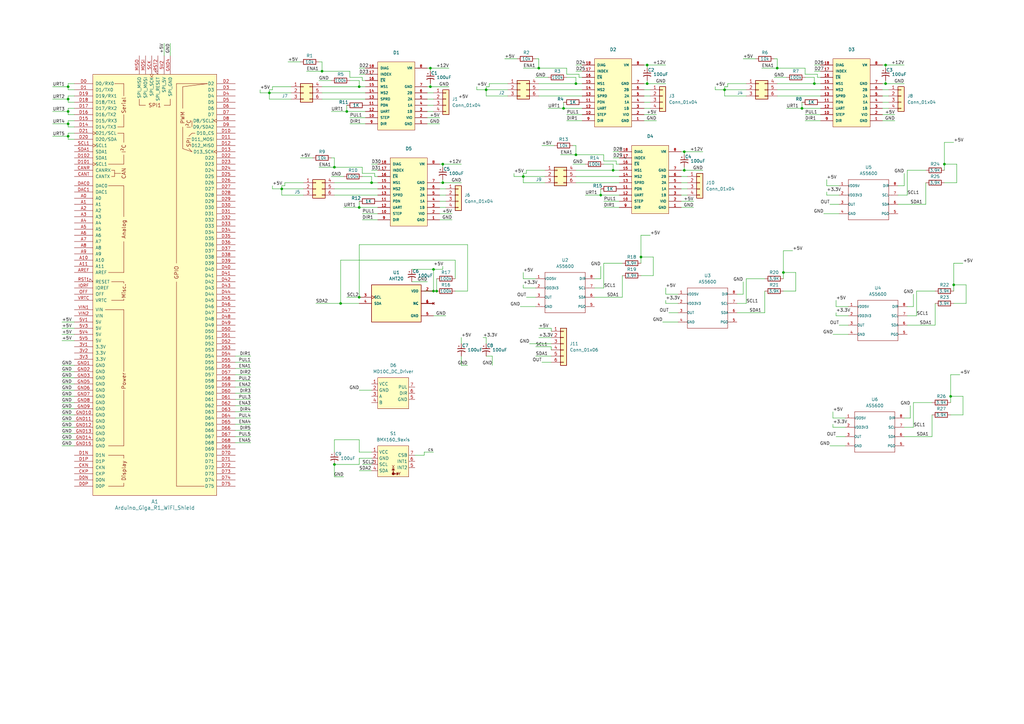
<source format=kicad_sch>
(kicad_sch (version 20231120) (generator "eeschema") (generator_version "8.0")
  (paper "A3")
  (title_block (date "mar. 31 mars 2015"))
  (junction (at 280.67 69.85))
  (junction (at 142.24 45.72))
  (junction (at 137.16 190.5))
  (junction (at 177.8 119.38))
  (junction (at 152.4 74.93))
  (junction (at 363.22 34.29))
  (junction (at 147.32 85.09))
  (junction (at 179.07 119.38))
  (junction (at 27.94 40.64))
  (junction (at 139.7 124.46))
  (junction (at 27.94 45.72))
  (junction (at 321.31 111.76))
  (junction (at 27.94 35.56))
  (junction (at 297.18 36.83))
  (junction (at 246.38 80.01))
  (junction (at 199.39 36.83))
  (junction (at 176.53 35.56))
  (junction (at 262.89 105.41))
  (junction (at 176.53 27.94))
  (junction (at 389.89 162.56))
  (junction (at 236.22 63.5))
  (junction (at 265.43 26.67))
  (junction (at 220.98 27.94))
  (junction (at 251.46 69.85))
  (junction (at 27.94 55.88))
  (junction (at 181.61 74.93))
  (junction (at 110.49 38.1))
  (junction (at 328.93 44.45))
  (junction (at 181.61 67.31))
  (junction (at 132.08 29.21))
  (junction (at 147.32 35.56))
  (junction (at 265.43 34.29))
  (junction (at 334.01 34.29))
  (junction (at 363.22 26.67))
  (junction (at 387.35 67.31))
  (junction (at 391.16 116.84))
  (junction (at 214.63 72.39))
  (junction (at 236.22 34.29))
  (junction (at 231.14 44.45))
  (junction (at 177.8 110.49))
  (junction (at 147.32 121.92))
  (junction (at 280.67 62.23))
  (junction (at 137.16 68.58))
  (junction (at 27.94 50.8))
  (junction (at 115.57 77.47))
  (junction (at 318.77 27.94))
  (wire (pts (xy 340.36 182.88) (xy 346.71 182.88)))
  (wire (pts (xy 191.77 119.38) (xy 191.77 100.33)))
  (wire (pts (xy 176.53 34.29) (xy 176.53 35.56)))
  (wire (pts (xy 153.67 72.39) (xy 154.94 72.39)))
  (wire (pts (xy 147.32 180.34) (xy 137.16 180.34)))
  (wire (pts (xy 367.03 49.53) (xy 361.95 49.53)))
  (wire (pts (xy 243.84 118.11) (xy 247.65 118.11)))
  (wire (pts (xy 25.4 152.4) (xy 30.48 152.4)))
  (wire (pts (xy 119.38 35.56) (xy 111.76 35.56)))
  (wire (pts (xy 220.98 24.13) (xy 219.71 24.13)))
  (wire (pts (xy 215.9 121.92) (xy 219.71 121.92)))
  (wire (pts (xy 182.88 82.55) (xy 180.34 82.55)))
  (wire (pts (xy 238.76 39.37) (xy 220.98 39.37)))
  (wire (pts (xy 281.94 72.39) (xy 279.4 72.39)))
  (wire (pts (xy 27.94 49.53) (xy 27.94 50.8)))
  (wire (pts (xy 224.79 31.75) (xy 219.71 31.75)))
  (wire (pts (xy 389.89 162.56) (xy 389.89 165.1)))
  (wire (pts (xy 208.28 34.29) (xy 200.66 34.29)))
  (wire (pts (xy 30.48 134.62) (xy 25.4 134.62)))
  (wire (pts (xy 201.93 146.05) (xy 201.93 149.86)))
  (wire (pts (xy 298.45 34.29) (xy 298.45 35.56)))
  (wire (pts (xy 231.14 41.91) (xy 231.14 44.45)))
  (wire (pts (xy 374.65 165.1) (xy 374.65 175.26)))
  (wire (pts (xy 148.59 71.12) (xy 153.67 71.12)))
  (wire (pts (xy 102.87 176.53) (xy 96.52 176.53)))
  (wire (pts (xy 326.39 111.76) (xy 321.31 111.76)))
  (wire (pts (xy 326.39 119.38) (xy 326.39 111.76)))
  (wire (pts (xy 142.24 121.92) (xy 147.32 121.92)))
  (wire (pts (xy 375.92 119.38) (xy 375.92 129.54)))
  (wire (pts (xy 27.94 36.83) (xy 27.94 35.56)))
  (wire (pts (xy 30.48 39.37) (xy 27.94 39.37)))
  (wire (pts (xy 27.94 44.45) (xy 27.94 45.72)))
  (wire (pts (xy 379.73 74.93) (xy 379.73 83.82)))
  (wire (pts (xy 306.07 34.29) (xy 298.45 34.29)))
  (wire (pts (xy 374.65 125.73) (xy 372.11 125.73)))
  (wire (pts (xy 342.9 123.19) (xy 342.9 125.73)))
  (wire (pts (xy 370.84 71.12) (xy 370.84 76.2)))
  (wire (pts (xy 374.65 120.65) (xy 374.65 125.73)))
  (wire (pts (xy 173.99 186.69) (xy 170.18 186.69)))
  (wire (pts (xy 135.89 45.72) (xy 142.24 45.72)))
  (wire (pts (xy 102.87 173.99) (xy 96.52 173.99)))
  (wire (pts (xy 334.01 31.75) (xy 334.01 34.29)))
  (wire (pts (xy 363.22 34.29) (xy 361.95 34.29)))
  (wire (pts (xy 148.59 31.75) (xy 148.59 33.02)))
  (wire (pts (xy 266.7 44.45) (xy 264.16 44.45)))
  (wire (pts (xy 181.61 74.93) (xy 180.34 74.93)))
  (wire (pts (xy 265.43 26.67) (xy 265.43 27.94)))
  (wire (pts (xy 330.2 46.99) (xy 336.55 46.99)))
  (wire (pts (xy 30.48 49.53) (xy 27.94 49.53)))
  (wire (pts (xy 252.73 67.31) (xy 254 67.31)))
  (wire (pts (xy 226.06 134.62) (xy 226.06 135.89)))
  (wire (pts (xy 251.46 69.85) (xy 236.22 69.85)))
  (wire (pts (xy 152.4 185.42) (xy 147.32 185.42)))
  (wire (pts (xy 321.31 119.38) (xy 326.39 119.38)))
  (wire (pts (xy 382.27 170.18) (xy 382.27 179.07)))
  (wire (pts (xy 129.54 124.46) (xy 139.7 124.46)))
  (wire (pts (xy 304.8 115.57) (xy 304.8 120.65)))
  (wire (pts (xy 393.7 153.67) (xy 389.89 153.67)))
  (wire (pts (xy 27.94 46.99) (xy 27.94 45.72)))
  (wire (pts (xy 339.09 73.66) (xy 339.09 76.2)))
  (wire (pts (xy 330.2 27.94) (xy 330.2 30.48)))
  (wire (pts (xy 30.48 139.7) (xy 25.4 139.7)))
  (wire (pts (xy 177.8 129.54) (xy 182.88 129.54)))
  (wire (pts (xy 391.16 107.95) (xy 391.16 116.84)))
  (wire (pts (xy 177.8 38.1) (xy 175.26 38.1)))
  (wire (pts (xy 147.32 27.94) (xy 149.86 27.94)))
  (wire (pts (xy 30.48 52.07) (xy 27.94 52.07)))
  (wire (pts (xy 222.25 59.69) (xy 227.33 59.69)))
  (wire (pts (xy 179.07 114.3) (xy 179.07 119.38)))
  (wire (pts (xy 147.32 35.56) (xy 132.08 35.56)))
  (wire (pts (xy 342.9 128.27) (xy 342.9 129.54)))
  (wire (pts (xy 177.8 110.49) (xy 177.8 119.38)))
  (wire (pts (xy 387.35 74.93) (xy 392.43 74.93)))
  (wire (pts (xy 220.98 36.83) (xy 238.76 36.83)))
  (wire (pts (xy 262.89 105.41) (xy 262.89 107.95)))
  (wire (pts (xy 313.69 119.38) (xy 313.69 128.27)))
  (wire (pts (xy 321.31 111.76) (xy 321.31 114.3)))
  (wire (pts (xy 110.49 38.1) (xy 110.49 36.83)))
  (wire (pts (xy 25.4 175.26) (xy 30.48 175.26)))
  (wire (pts (xy 229.87 63.5) (xy 236.22 63.5)))
  (wire (pts (xy 152.4 74.93) (xy 154.94 74.93)))
  (wire (pts (xy 132.08 29.21) (xy 143.51 29.21)))
  (wire (pts (xy 220.98 24.13) (xy 220.98 27.94)))
  (wire (pts (xy 226.06 142.24) (xy 226.06 143.51)))
  (wire (pts (xy 284.48 85.09) (xy 279.4 85.09)))
  (wire (pts (xy 236.22 34.29) (xy 238.76 34.29)))
  (wire (pts (xy 25.4 162.56) (xy 30.48 162.56)))
  (wire (pts (xy 334.01 34.29) (xy 336.55 34.29)))
  (wire (pts (xy 185.42 87.63) (xy 180.34 87.63)))
  (wire (pts (xy 30.48 137.16) (xy 25.4 137.16)))
  (wire (pts (xy 236.22 31.75) (xy 232.41 31.75)))
  (wire (pts (xy 132.08 25.4) (xy 132.08 29.21)))
  (wire (pts (xy 102.87 161.29) (xy 96.52 161.29)))
  (wire (pts (xy 132.08 38.1) (xy 149.86 38.1)))
  (wire (pts (xy 363.22 33.02) (xy 363.22 34.29)))
  (wire (pts (xy 177.8 110.49) (xy 181.61 110.49)))
  (wire (pts (xy 236.22 59.69) (xy 234.95 59.69)))
  (wire (pts (xy 214.63 27.94) (xy 220.98 27.94)))
  (wire (pts (xy 247.65 107.95) (xy 247.65 118.11)))
  (wire (pts (xy 111.76 35.56) (xy 111.76 36.83)))
  (wire (pts (xy 322.58 31.75) (xy 317.5 31.75)))
  (wire (pts (xy 185.42 90.17) (xy 180.34 90.17)))
  (wire (pts (xy 181.61 67.31) (xy 181.61 68.58)))
  (wire (pts (xy 232.41 30.48) (xy 237.49 30.48)))
  (wire (pts (xy 273.05 123.19) (xy 273.05 124.46)))
  (wire (pts (xy 240.03 80.01) (xy 246.38 80.01)))
  (wire (pts (xy 30.48 41.91) (xy 27.94 41.91)))
  (wire (pts (xy 341.63 173.99) (xy 341.63 175.26)))
  (wire (pts (xy 124.46 74.93) (xy 116.84 74.93)))
  (wire (pts (xy 137.16 68.58) (xy 148.59 68.58)))
  (wire (pts (xy 189.23 146.05) (xy 189.23 149.86)))
  (wire (pts (xy 176.53 27.94) (xy 175.26 27.94)))
  (wire (pts (xy 181.61 73.66) (xy 181.61 74.93)))
  (wire (pts (xy 153.67 71.12) (xy 153.67 72.39)))
  (wire (pts (xy 180.34 50.8) (xy 175.26 50.8)))
  (wire (pts (xy 199.39 146.05) (xy 201.93 146.05)))
  (wire (pts (xy 214.63 118.11) (xy 219.71 118.11)))
  (wire (pts (xy 115.57 80.01) (xy 124.46 80.01)))
  (wire (pts (xy 341.63 175.26) (xy 346.71 175.26)))
  (wire (pts (xy 139.7 106.68) (xy 139.7 124.46)))
  (wire (pts (xy 389.89 153.67) (xy 389.89 162.56)))
  (wire (pts (xy 266.7 41.91) (xy 264.16 41.91)))
  (wire (pts (xy 147.32 33.02) (xy 147.32 35.56)))
  (wire (pts (xy 123.19 64.77) (xy 128.27 64.77)))
  (wire (pts (xy 293.37 35.56) (xy 293.37 36.83)))
  (wire (pts (xy 364.49 41.91) (xy 361.95 41.91)))
  (wire (pts (xy 341.63 137.16) (xy 347.98 137.16)))
  (wire (pts (xy 370.84 26.67) (xy 363.22 26.67)))
  (wire (pts (xy 334.01 26.67) (xy 336.55 26.67)))
  (wire (pts (xy 243.84 121.92) (xy 255.27 121.92)))
  (wire (pts (xy 200.66 34.29) (xy 200.66 35.56)))
  (wire (pts (xy 102.87 163.83) (xy 96.52 163.83)))
  (wire (pts (xy 186.69 114.3) (xy 186.69 106.68)))
  (wire (pts (xy 280.67 62.23) (xy 279.4 62.23)))
  (wire (pts (xy 266.7 36.83) (xy 264.16 36.83)))
  (wire (pts (xy 280.67 62.23) (xy 280.67 63.5)))
  (wire (pts (xy 148.59 90.17) (xy 154.94 90.17)))
  (wire (pts (xy 110.49 40.64) (xy 110.49 38.1)))
  (wire (pts (xy 110.49 38.1) (xy 119.38 38.1)))
  (wire (pts (xy 372.11 129.54) (xy 375.92 129.54)))
  (wire (pts (xy 339.09 76.2) (xy 344.17 76.2)))
  (wire (pts (xy 247.65 82.55) (xy 254 82.55)))
  (wire (pts (xy 231.14 44.45) (xy 238.76 44.45)))
  (wire (pts (xy 322.58 44.45) (xy 328.93 44.45)))
  (wire (pts (xy 236.22 63.5) (xy 247.65 63.5)))
  (wire (pts (xy 154.94 80.01) (xy 137.16 80.01)))
  (wire (pts (xy 25.4 167.64) (xy 30.48 167.64)))
  (wire (pts (xy 137.16 195.58) (xy 140.97 195.58)))
  (wire (pts (xy 147.32 35.56) (xy 149.86 35.56)))
  (wire (pts (xy 335.28 31.75) (xy 336.55 31.75)))
  (wire (pts (xy 30.48 34.29) (xy 27.94 34.29)))
  (wire (pts (xy 195.58 36.83) (xy 199.39 36.83)))
  (wire (pts (xy 382.27 165.1) (xy 374.65 165.1)))
  (wire (pts (xy 137.16 64.77) (xy 135.89 64.77)))
  (wire (pts (xy 342.9 179.07) (xy 346.71 179.07)))
  (wire (pts (xy 102.87 166.37) (xy 96.52 166.37)))
  (wire (pts (xy 391.16 124.46) (xy 396.24 124.46)))
  (wire (pts (xy 143.51 48.26) (xy 149.86 48.26)))
  (wire (pts (xy 189.23 138.43) (xy 189.23 140.97)))
  (wire (pts (xy 237.49 31.75) (xy 238.76 31.75)))
  (wire (pts (xy 318.77 36.83) (xy 336.55 36.83)))
  (wire (pts (xy 293.37 36.83) (xy 297.18 36.83)))
  (wire (pts (xy 224.79 44.45) (xy 231.14 44.45)))
  (wire (pts (xy 180.34 48.26) (xy 175.26 48.26)))
  (wire (pts (xy 266.7 96.52) (xy 262.89 96.52)))
  (wire (pts (xy 262.89 96.52) (xy 262.89 105.41)))
  (wire (pts (xy 267.97 113.03) (xy 267.97 105.41)))
  (wire (pts (xy 215.9 69.85) (xy 215.9 71.12)))
  (wire (pts (xy 335.28 30.48) (xy 335.28 31.75)))
  (wire (pts (xy 246.38 80.01) (xy 254 80.01)))
  (wire (pts (xy 236.22 31.75) (xy 236.22 34.29)))
  (wire (pts (xy 334.01 31.75) (xy 330.2 31.75)))
  (wire (pts (xy 297.18 36.83) (xy 306.07 36.83)))
  (wire (pts (xy 27.94 57.15) (xy 27.94 55.88)))
  (wire (pts (xy 137.16 190.5) (xy 147.32 190.5)))
  (wire (pts (xy 383.54 124.46) (xy 383.54 133.35)))
  (wire (pts (xy 236.22 72.39) (xy 254 72.39)))
  (wire (pts (xy 281.94 77.47) (xy 279.4 77.47)))
  (wire (pts (xy 69.85 17.78) (xy 69.85 22.86)))
  (wire (pts (xy 111.76 76.2) (xy 111.76 77.47)))
  (wire (pts (xy 147.32 33.02) (xy 143.51 33.02)))
  (wire (pts (xy 288.29 62.23) (xy 280.67 62.23)))
  (wire (pts (xy 214.63 72.39) (xy 214.63 71.12)))
  (wire (pts (xy 321.31 102.87) (xy 321.31 111.76)))
  (wire (pts (xy 25.4 172.72) (xy 30.48 172.72)))
  (wire (pts (xy 297.18 35.56) (xy 298.45 35.56)))
  (wire (pts (xy 214.63 74.93) (xy 214.63 72.39)))
  (wire (pts (xy 394.97 107.95) (xy 391.16 107.95)))
  (wire (pts (xy 394.97 170.18) (xy 394.97 162.56)))
  (wire (pts (xy 25.4 182.88) (xy 30.48 182.88)))
  (wire (pts (xy 368.3 80.01) (xy 372.11 80.01)))
  (wire (pts (xy 147.32 187.96) (xy 147.32 190.5)))
  (wire (pts (xy 195.58 35.56) (xy 195.58 36.83)))
  (wire (pts (xy 273.05 120.65) (xy 278.13 120.65)))
  (wire (pts (xy 67.31 17.78) (xy 67.31 22.86)))
  (wire (pts (xy 330.2 49.53) (xy 336.55 49.53)))
  (wire (pts (xy 199.39 36.83) (xy 199.39 35.56)))
  (wire (pts (xy 269.24 49.53) (xy 264.16 49.53)))
  (wire (pts (xy 251.46 69.85) (xy 254 69.85)))
  (wire (pts (xy 370.84 34.29) (xy 363.22 34.29)))
  (wire (pts (xy 217.17 140.97) (xy 226.06 140.97)))
  (wire (pts (xy 152.4 187.96) (xy 147.32 187.96)))
  (wire (pts (xy 25.4 149.86) (xy 30.48 149.86)))
  (wire (pts (xy 147.32 160.02) (xy 152.4 160.02)))
  (wire (pts (xy 115.57 76.2) (xy 116.84 76.2)))
  (wire (pts (xy 364.49 39.37) (xy 361.95 39.37)))
  (wire (pts (xy 30.48 44.45) (xy 27.94 44.45)))
  (wire (pts (xy 391.16 58.42) (xy 387.35 58.42)))
  (wire (pts (xy 30.48 54.61) (xy 27.94 54.61)))
  (wire (pts (xy 304.8 120.65) (xy 302.26 120.65)))
  (wire (pts (xy 182.88 77.47) (xy 180.34 77.47)))
  (wire (pts (xy 30.48 132.08) (xy 25.4 132.08)))
  (wire (pts (xy 372.11 69.85) (xy 372.11 80.01)))
  (wire (pts (xy 106.68 36.83) (xy 106.68 38.1)))
  (wire (pts (xy 102.87 158.75) (xy 96.52 158.75)))
  (wire (pts (xy 139.7 124.46) (xy 147.32 124.46)))
  (wire (pts (xy 387.35 67.31) (xy 387.35 69.85)))
  (wire (pts (xy 27.94 34.29) (xy 27.94 35.56)))
  (wire (pts (xy 125.73 29.21) (xy 132.08 29.21)))
  (wire (pts (xy 370.84 175.26) (xy 374.65 175.26)))
  (wire (pts (xy 265.43 34.29) (xy 264.16 34.29)))
  (wire (pts (xy 269.24 46.99) (xy 264.16 46.99)))
  (wire (pts (xy 21.59 40.64) (xy 27.94 40.64)))
  (wire (pts (xy 342.9 125.73) (xy 347.98 125.73)))
  (wire (pts (xy 214.63 71.12) (xy 215.9 71.12)))
  (wire (pts (xy 102.87 156.21) (xy 96.52 156.21)))
  (wire (pts (xy 312.42 27.94) (xy 318.77 27.94)))
  (wire (pts (xy 368.3 83.82) (xy 379.73 83.82)))
  (wire (pts (xy 273.05 34.29) (xy 265.43 34.29)))
  (wire (pts (xy 246.38 77.47) (xy 246.38 80.01)))
  (wire (pts (xy 267.97 105.41) (xy 262.89 105.41)))
  (wire (pts (xy 102.87 148.59) (xy 96.52 148.59)))
  (wire (pts (xy 392.43 74.93) (xy 392.43 67.31)))
  (wire (pts (xy 341.63 168.91) (xy 341.63 171.45)))
  (wire (pts (xy 251.46 62.23) (xy 254 62.23)))
  (wire (pts (xy 265.43 26.67) (xy 264.16 26.67)))
  (wire (pts (xy 147.32 193.04) (xy 152.4 193.04)))
  (wire (pts (xy 30.48 57.15) (xy 27.94 57.15)))
  (wire (pts (xy 143.51 31.75) (xy 148.59 31.75)))
  (wire (pts (xy 25.4 180.34) (xy 30.48 180.34)))
  (wire (pts (xy 102.87 171.45) (xy 96.52 171.45)))
  (wire (pts (xy 191.77 100.33) (xy 147.32 100.33)))
  (wire (pts (xy 135.89 33.02) (xy 130.81 33.02)))
  (wire (pts (xy 210.82 72.39) (xy 214.63 72.39)))
  (wire (pts (xy 334.01 29.21) (xy 336.55 29.21)))
  (wire (pts (xy 220.98 27.94) (xy 232.41 27.94)))
  (wire (pts (xy 137.16 180.34) (xy 137.16 185.42)))
  (wire (pts (xy 340.36 83.82) (xy 344.17 83.82)))
  (wire (pts (xy 337.82 87.63) (xy 344.17 87.63)))
  (wire (pts (xy 236.22 34.29) (xy 220.98 34.29)))
  (wire (pts (xy 30.48 46.99) (xy 27.94 46.99)))
  (wire (pts (xy 372.11 133.35) (xy 383.54 133.35)))
  (wire (pts (xy 344.17 133.35) (xy 347.98 133.35)))
  (wire (pts (xy 214.63 72.39) (xy 223.52 72.39)))
  (wire (pts (xy 297.18 39.37) (xy 297.18 36.83)))
  (wire (pts (xy 255.27 107.95) (xy 247.65 107.95)))
  (wire (pts (xy 118.11 25.4) (xy 123.19 25.4)))
  (wire (pts (xy 232.41 27.94) (xy 232.41 30.48)))
  (wire (pts (xy 177.8 43.18) (xy 175.26 43.18)))
  (wire (pts (xy 236.22 59.69) (xy 236.22 63.5)))
  (wire (pts (xy 373.38 166.37) (xy 373.38 171.45)))
  (wire (pts (xy 199.39 138.43) (xy 199.39 140.97)))
  (wire (pts (xy 102.87 179.07) (xy 96.52 179.07)))
  (wire (pts (xy 284.48 82.55) (xy 279.4 82.55)))
  (wire (pts (xy 273.05 26.67) (xy 265.43 26.67)))
  (wire (pts (xy 189.23 149.86) (xy 191.77 149.86)))
  (wire (pts (xy 339.09 80.01) (xy 344.17 80.01)))
  (wire (pts (xy 173.99 185.42) (xy 173.99 186.69)))
  (wire (pts (xy 237.49 30.48) (xy 237.49 31.75)))
  (wire (pts (xy 342.9 129.54) (xy 347.98 129.54)))
  (wire (pts (xy 25.4 154.94) (xy 30.48 154.94)))
  (wire (pts (xy 177.8 119.38) (xy 179.07 119.38)))
  (wire (pts (xy 147.32 185.42) (xy 147.32 180.34)))
  (wire (pts (xy 280.67 69.85) (xy 279.4 69.85)))
  (wire (pts (xy 152.4 72.39) (xy 148.59 72.39)))
  (wire (pts (xy 25.4 170.18) (xy 30.48 170.18)))
  (wire (pts (xy 102.87 151.13) (xy 96.52 151.13)))
  (wire (pts (xy 148.59 68.58) (xy 148.59 71.12)))
  (wire (pts (xy 106.68 38.1) (xy 110.49 38.1)))
  (wire (pts (xy 111.76 77.47) (xy 115.57 77.47)))
  (wire (pts (xy 214.63 111.76) (xy 214.63 114.3)))
  (wire (pts (xy 137.16 77.47) (xy 154.94 77.47)))
  (wire (pts (xy 142.24 43.18) (xy 142.24 45.72)))
  (wire (pts (xy 396.24 124.46) (xy 396.24 116.84)))
  (wire (pts (xy 186.69 119.38) (xy 191.77 119.38)))
  (wire (pts (xy 132.08 25.4) (xy 130.81 25.4)))
  (wire (pts (xy 318.77 27.94) (xy 330.2 27.94)))
  (wire (pts (xy 177.8 40.64) (xy 175.26 40.64)))
  (wire (pts (xy 373.38 171.45) (xy 370.84 171.45)))
  (wire (pts (xy 364.49 44.45) (xy 361.95 44.45)))
  (wire (pts (xy 389.89 170.18) (xy 394.97 170.18)))
  (wire (pts (xy 236.22 26.67) (xy 238.76 26.67)))
  (wire (pts (xy 27.94 39.37) (xy 27.94 40.64)))
  (wire (pts (xy 302.26 128.27) (xy 313.69 128.27)))
  (wire (pts (xy 148.59 190.5) (xy 152.4 190.5)))
  (wire (pts (xy 220.98 134.62) (xy 226.06 134.62)))
  (wire (pts (xy 363.22 26.67) (xy 361.95 26.67)))
  (wire (pts (xy 273.05 118.11) (xy 273.05 120.65)))
  (wire (pts (xy 148.59 87.63) (xy 154.94 87.63)))
  (wire (pts (xy 147.32 85.09) (xy 154.94 85.09)))
  (wire (pts (xy 149.86 40.64) (xy 132.08 40.64)))
  (wire (pts (xy 25.4 157.48) (xy 30.48 157.48)))
  (wire (pts (xy 168.91 110.49) (xy 177.8 110.49)))
  (wire (pts (xy 363.22 26.67) (xy 363.22 27.94)))
  (wire (pts (xy 281.94 74.93) (xy 279.4 74.93)))
  (wire (pts (xy 21.59 55.88) (xy 27.94 55.88)))
  (wire (pts (xy 152.4 72.39) (xy 152.4 74.93)))
  (wire (pts (xy 246.38 109.22) (xy 246.38 114.3)))
  (wire (pts (xy 30.48 36.83) (xy 27.94 36.83)))
  (wire (pts (xy 110.49 40.64) (xy 119.38 40.64)))
  (wire (pts (xy 177.8 45.72) (xy 175.26 45.72)))
  (wire (pts (xy 247.65 63.5) (xy 247.65 66.04)))
  (wire (pts (xy 21.59 35.56) (xy 27.94 35.56)))
  (wire (pts (xy 391.16 116.84) (xy 391.16 119.38)))
  (wire (pts (xy 27.94 54.61) (xy 27.94 55.88)))
  (wire (pts (xy 130.81 68.58) (xy 137.16 68.58)))
  (wire (pts (xy 21.59 45.72) (xy 27.94 45.72)))
  (wire (pts (xy 274.32 128.27) (xy 278.13 128.27)))
  (wire (pts (xy 328.93 41.91) (xy 328.93 44.45)))
  (wire (pts (xy 189.23 67.31) (xy 181.61 67.31)))
  (wire (pts (xy 325.12 102.87) (xy 321.31 102.87)))
  (wire (pts (xy 271.78 132.08) (xy 278.13 132.08)))
  (wire (pts (xy 207.01 24.13) (xy 212.09 24.13)))
  (wire (pts (xy 110.49 36.83) (xy 111.76 36.83)))
  (wire (pts (xy 304.8 24.13) (xy 309.88 24.13)))
  (wire (pts (xy 232.41 46.99) (xy 238.76 46.99)))
  (wire (pts (xy 137.16 195.58) (xy 137.16 190.5)))
  (wire (pts (xy 364.49 36.83) (xy 361.95 36.83)))
  (wire (pts (xy 280.67 68.58) (xy 280.67 69.85)))
  (wire (pts (xy 199.39 39.37) (xy 199.39 36.83)))
  (wire (pts (xy 330.2 30.48) (xy 335.28 30.48)))
  (wire (pts (xy 143.51 29.21) (xy 143.51 31.75)))
  (wire (pts (xy 116.84 74.93) (xy 116.84 76.2)))
  (wire (pts (xy 265.43 33.02) (xy 265.43 34.29)))
  (wire (pts (xy 255.27 113.03) (xy 255.27 121.92)))
  (wire (pts (xy 168.91 115.57) (xy 175.26 115.57)))
  (wire (pts (xy 25.4 177.8) (xy 30.48 177.8)))
  (wire (pts (xy 236.22 29.21) (xy 238.76 29.21)))
  (wire (pts (xy 184.15 35.56) (xy 176.53 35.56)))
  (wire (pts (xy 140.97 72.39) (xy 135.89 72.39)))
  (wire (pts (xy 251.46 67.31) (xy 247.65 67.31)))
  (wire (pts (xy 102.87 168.91) (xy 96.52 168.91)))
  (wire (pts (xy 370.84 179.07) (xy 382.27 179.07)))
  (wire (pts (xy 25.4 165.1) (xy 30.48 165.1)))
  (wire (pts (xy 222.25 148.59) (xy 226.06 148.59)))
  (wire (pts (xy 176.53 27.94) (xy 176.53 29.21)))
  (wire (pts (xy 318.77 24.13) (xy 318.77 27.94)))
  (wire (pts (xy 266.7 39.37) (xy 264.16 39.37)))
  (wire (pts (xy 288.29 69.85) (xy 280.67 69.85)))
  (wire (pts (xy 147.32 82.55) (xy 147.32 85.09)))
  (wire (pts (xy 102.87 146.05) (xy 96.52 146.05)))
  (wire (pts (xy 152.4 67.31) (xy 154.94 67.31)))
  (wire (pts (xy 140.97 85.09) (xy 147.32 85.09)))
  (wire (pts (xy 199.39 39.37) (xy 208.28 39.37)))
  (wire (pts (xy 214.63 116.84) (xy 214.63 118.11)))
  (wire (pts (xy 341.63 171.45) (xy 346.71 171.45)))
  (wire (pts (xy 328.93 44.45) (xy 336.55 44.45)))
  (wire (pts (xy 318.77 24.13) (xy 317.5 24.13)))
  (wire (pts (xy 219.71 142.24) (xy 226.06 142.24)))
  (wire (pts (xy 220.98 138.43) (xy 226.06 138.43)))
  (wire (pts (xy 306.07 114.3) (xy 306.07 124.46)))
  (wire (pts (xy 182.88 80.01) (xy 180.34 80.01)))
  (wire (pts (xy 247.65 66.04) (xy 252.73 66.04)))
  (wire (pts (xy 251.46 67.31) (xy 251.46 69.85)))
  (wire (pts (xy 370.84 76.2) (xy 368.3 76.2)))
  (wire (pts (xy 137.16 64.77) (xy 137.16 68.58)))
  (wire (pts (xy 115.57 77.47) (xy 124.46 77.47)))
  (wire (pts (xy 302.26 124.46) (xy 306.07 124.46)))
  (wire (pts (xy 379.73 69.85) (xy 372.11 69.85)))
  (wire (pts (xy 182.88 85.09) (xy 180.34 85.09)))
  (wire (pts (xy 387.35 58.42) (xy 387.35 67.31)))
  (wire (pts (xy 27.94 41.91) (xy 27.94 40.64)))
  (wire (pts (xy 232.41 49.53) (xy 238.76 49.53)))
  (wire (pts (xy 152.4 69.85) (xy 154.94 69.85)))
  (wire (pts (xy 198.12 138.43) (xy 199.39 138.43)))
  (wire (pts (xy 214.63 74.93) (xy 223.52 74.93)))
  (wire (pts (xy 27.94 52.07) (xy 27.94 50.8)))
  (wire (pts (xy 214.63 114.3) (xy 219.71 114.3)))
  (wire (pts (xy 246.38 114.3) (xy 243.84 114.3)))
  (wire (pts (xy 142.24 45.72) (xy 149.86 45.72)))
  (wire (pts (xy 396.24 116.84) (xy 391.16 116.84)))
  (wire (pts (xy 383.54 119.38) (xy 375.92 119.38)))
  (wire (pts (xy 186.69 106.68) (xy 139.7 106.68)))
  (wire (pts (xy 147.32 30.48) (xy 149.86 30.48)))
  (wire (pts (xy 177.8 119.38) (xy 173.99 119.38)))
  (wire (pts (xy 199.39 35.56) (xy 200.66 35.56)))
  (wire (pts (xy 223.52 69.85) (xy 215.9 69.85)))
  (wire (pts (xy 392.43 67.31) (xy 387.35 67.31)))
  (wire (pts (xy 254 74.93) (xy 236.22 74.93)))
  (wire (pts (xy 199.39 36.83) (xy 208.28 36.83)))
  (wire (pts (xy 367.03 46.99) (xy 361.95 46.99)))
  (wire (pts (xy 102.87 181.61) (xy 96.52 181.61)))
  (wire (pts (xy 394.97 162.56) (xy 389.89 162.56)))
  (wire (pts (xy 334.01 34.29) (xy 318.77 34.29)))
  (wire (pts (xy 297.18 36.83) (xy 297.18 35.56)))
  (wire (pts (xy 313.69 114.3) (xy 306.07 114.3)))
  (wire (pts (xy 148.59 33.02) (xy 149.86 33.02)))
  (wire (pts (xy 102.87 153.67) (xy 96.52 153.67)))
  (wire (pts (xy 184.15 27.94) (xy 176.53 27.94)))
  (wire (pts (xy 213.36 125.73) (xy 219.71 125.73)))
  (wire (pts (xy 297.18 39.37) (xy 306.07 39.37)))
  (wire (pts (xy 25.4 160.02) (xy 30.48 160.02)))
  (wire (pts (xy 143.51 50.8) (xy 149.86 50.8)))
  (wire (pts (xy 247.65 85.09) (xy 254 85.09)))
  (wire (pts (xy 152.4 74.93) (xy 137.16 74.93)))
  (wire (pts (xy 210.82 71.12) (xy 210.82 72.39)))
  (wire (pts (xy 181.61 67.31) (xy 180.34 67.31)))
  (wire (pts (xy 147.32 100.33) (xy 147.32 121.92)))
  (wire (pts (xy 219.71 146.05) (xy 226.06 146.05)))
  (wire (pts (xy 273.05 124.46) (xy 278.13 124.46)))
  (wire (pts (xy 189.23 74.93) (xy 181.61 74.93)))
  (wire (pts (xy 252.73 66.04) (xy 252.73 67.31)))
  (wire (pts (xy 181.61 110.49) (xy 181.61 109.22)))
  (wire (pts (xy 21.59 50.8) (xy 27.94 50.8)))
  (wire (pts (xy 173.99 185.42) (xy 177.8 185.42)))
  (wire (pts (xy 281.94 80.01) (xy 279.4 80.01)))
  (wire (pts (xy 176.53 35.56) (xy 175.26 35.56)))
  (wire (pts (xy 251.46 64.77) (xy 254 64.77)))
  (wire (pts (xy 336.55 39.37) (xy 318.77 39.37)))
  (wire (pts (xy 339.09 78.74) (xy 339.09 80.01)))
  (wire (pts (xy 240.03 67.31) (xy 234.95 67.31)))
  (wire (pts (xy 262.89 113.03) (xy 267.97 113.03)))
  (wire (pts (xy 115.57 80.01) (xy 115.57 77.47)))
  (wire (pts (xy 115.57 77.47) (xy 115.57 76.2)))
  (label "SCL1" (at 375.92 129.54 0))
  (label "+5V" (at 266.7 96.52 0))
  (label "DIR1" (at 148.59 90.17 0))
  (label "+12V" (at 189.23 67.31 180))
  (label "+5V" (at 210.82 71.12 0))
  (label "GND" (at 175.26 115.57 180))
  (label "+5V" (at 284.48 82.55 180))
  (label "D23" (at 147.32 30.48 0))
  (label "GND" (at 130.81 33.02 0))
  (label "GND" (at 25.4 160.02 0))
  (label "SDA1" (at 248.92 121.92 0))
  (label "SCL1" (at 219.71 142.24 0))
  (label "GND" (at 284.48 85.09 180))
  (label "+5V" (at 325.12 102.87 0))
  (label "+12V" (at 184.15 27.94 180))
  (label "+5V" (at 187.96 40.64 0))
  (label "D27" (at 334.01 29.21 0))
  (label "GND" (at 25.4 182.88 0))
  (label "DIR5" (at 102.87 176.53 180))
  (label "+5V" (at 304.8 24.13 0))
  (label "SDA2" (at 129.54 124.46 0))
  (label "GND" (at 69.85 17.78 270))
  (label "SDA1" (at 377.19 133.35 0))
  (label "SDA2" (at 147.32 193.04 0))
  (label "GND" (at 25.4 180.34 0))
  (label "GND" (at 25.4 149.86 0))
  (label "+5V" (at 342.9 123.19 0))
  (label "SCL1" (at 374.65 175.26 0))
  (label "D28" (at 251.46 62.23 0))
  (label "GND" (at 219.71 31.75 0))
  (label "URT1" (at 224.79 44.45 0))
  (label "+5V" (at 185.42 87.63 180))
  (label "GND" (at 25.4 162.56 0))
  (label "GND" (at 25.4 177.8 0))
  (label "+5V" (at 189.23 138.43 0))
  (label "ENA1" (at 229.87 63.5 0))
  (label "+5V" (at 25.4 137.16 0))
  (label "+5V" (at 67.31 17.78 270))
  (label "+5V" (at 393.7 153.67 0))
  (label "SCL1" (at 372.11 80.01 0))
  (label "+5V" (at 269.24 46.99 180))
  (label "+5V" (at 106.68 36.83 0))
  (label "+5V" (at 293.37 35.56 0))
  (label "GND" (at 135.89 72.39 0))
  (label "URT4" (at 21.59 50.8 0))
  (label "SDA1" (at 219.71 146.05 0))
  (label "+5V" (at 123.19 64.77 0))
  (label "GND" (at 246.38 109.22 180))
  (label "GND" (at 341.63 137.16 180))
  (label "+5V" (at 391.16 58.42 0))
  (label "PUL3" (at 102.87 163.83 180))
  (label "DIR1" (at 143.51 50.8 0))
  (label "+3.3V" (at 220.98 138.43 0))
  (label "GND" (at 367.03 49.53 180))
  (label "SCL2" (at 148.59 190.5 0))
  (label "DIR2" (at 102.87 153.67 180))
  (label "PUL2" (at 102.87 156.21 180))
  (label "DIR4" (at 102.87 168.91 180))
  (label "OUT" (at 342.9 179.07 180))
  (label "GND" (at 217.17 140.97 180))
  (label "URT2" (at 21.59 40.64 0))
  (label "+3.3V" (at 341.63 173.99 0))
  (label "+5V" (at 367.03 46.99 180))
  (label "URT1" (at 322.58 44.45 0))
  (label "GND" (at 189.23 74.93 180))
  (label "URT1" (at 135.89 45.72 0))
  (label "SCL2" (at 142.24 121.92 0))
  (label "URT1" (at 140.97 85.09 0))
  (label "+5V" (at 25.4 139.7 0))
  (label "D31" (at 152.4 69.85 0))
  (label "DIR3" (at 102.87 161.29 180))
  (label "DIR1" (at 330.2 49.53 0))
  (label "D25" (at 236.22 29.21 0))
  (label "GND" (at 273.05 34.29 180))
  (label "PUL1" (at 148.59 87.63 0))
  (label "GND" (at 25.4 172.72 0))
  (label "cs" (at 177.8 185.42 180))
  (label "ENA3" (at 102.87 166.37 180))
  (label "+5V" (at 195.58 35.56 0))
  (label "ENA1" (at 130.81 68.58 0))
  (label "GND" (at 182.88 129.54 180))
  (label "PUL1" (at 102.87 148.59 180))
  (label "PUL5" (at 102.87 179.07 180))
  (label "DIR1" (at 247.65 85.09 0))
  (label "GND" (at 25.4 167.64 0))
  (label "PUL1" (at 143.51 48.26 0))
  (label "+5V" (at 273.05 118.11 0))
  (label "+5V" (at 341.63 168.91 0))
  (label "PUL1" (at 330.2 46.99 0))
  (label "+3.3V" (at 198.12 138.43 0))
  (label "+5V" (at 25.4 132.08 0))
  (label "OUT" (at 340.36 83.82 180))
  (label "OUT" (at 222.25 148.59 180))
  (label "GND" (at 370.84 71.12 180))
  (label "ENA4" (at 102.87 173.99 180))
  (label "D30" (at 152.4 67.31 0))
  (label "D26" (at 334.01 26.67 0))
  (label "+12V" (at 273.05 26.67 180))
  (label "PUL4" (at 102.87 171.45 180))
  (label "+3.3V" (at 273.05 123.19 0))
  (label "SDA1" (at 375.92 179.07 0))
  (label "+3.3V" (at 339.09 78.74 0))
  (label "GND" (at 25.4 154.94 0))
  (label "+5V" (at 214.63 111.76 0))
  (label "+5V" (at 118.11 25.4 0))
  (label "GND" (at 269.24 49.53 180))
  (label "GND" (at 304.8 115.57 180))
  (label "GND" (at 185.42 90.17 180))
  (label "ENA5" (at 102.87 181.61 180))
  (label "SCL1" (at 306.07 124.46 0))
  (label "GND" (at 234.95 67.31 0))
  (label "ENA2" (at 102.87 158.75 180))
  (label "GND" (at 25.4 175.26 0))
  (label "OUT" (at 215.9 121.92 180))
  (label "URT1" (at 240.03 80.01 0))
  (label "URT5" (at 21.59 55.88 0))
  (label "ENA1" (at 102.87 151.13 180))
  (label "SDA1" (at 307.34 128.27 0))
  (label "GND" (at 147.32 160.02 180))
  (label "GND" (at 337.82 87.63 180))
  (label "GND" (at 317.5 31.75 0))
  (label "+5V" (at 25.4 134.62 0))
  (label "GND" (at 213.36 125.73 180))
  (label "GND" (at 340.36 182.88 180))
  (label "GND" (at 370.84 34.29 180))
  (label "GND" (at 373.38 166.37 180))
  (label "+5V" (at 222.25 59.69 0))
  (label "D22" (at 147.32 27.94 0))
  (label "GND" (at 25.4 165.1 0))
  (label "DIR1" (at 232.41 49.53 0))
  (label "GND" (at 25.4 157.48 0))
  (label "GND" (at 25.4 152.4 0))
  (label "+5V" (at 177.8 109.22 0))
  (label "URT3" (at 21.59 45.72 0))
  (label "ENA1" (at 125.73 29.21 0))
  (label "GND" (at 374.65 120.65 180))
  (label "GND" (at 288.29 69.85 180))
  (label "+12V" (at 370.84 26.67 180))
  (label "GND" (at 140.97 195.58 180))
  (label "+5V" (at 111.76 76.2 0))
  (label "PUL1" (at 232.41 46.99 0))
  (label "ENA1" (at 312.42 27.94 0))
  (label "D29" (at 251.46 64.77 0))
  (label "ENA1" (at 214.63 27.94 0))
  (label "D24" (at 236.22 26.67 0))
  (label "SCL1" (at 247.65 118.11 0))
  (label "OUT" (at 344.17 133.35 180))
  (label "+5V" (at 207.01 24.13 0))
  (label "GND" (at 25.4 170.18 0))
  (label "+5V" (at 220.98 134.62 0))
  (label "URT1" (at 21.59 35.56 0))
  (label "+5V" (at 180.34 48.26 180))
  (label "+3.3V" (at 342.9 128.27 0))
  (label "+5V" (at 339.09 73.66 0))
  (label "GND" (at 180.34 50.8 180))
  (label "DIR1" (at 102.87 146.05 180))
  (label "+12V" (at 288.29 62.23 180))
  (label "OUT" (at 274.32 128.27 180))
  (label "GND" (at 201.93 149.86 180))
  (label "GND" (at 271.78 132.08 180))
  (label "GND" (at 191.77 149.86 180))
  (label "SDA1" (at 373.38 83.82 0))
  (label "PUL1" (at 247.65 82.55 0))
  (label "GND" (at 184.15 35.56 180))
  (label "+5V" (at 394.97 107.95 0))
  (label "+3.3V" (at 214.63 116.84 0))
  (symbol (lib_id "Device:R") (at 386.08 165.1 270) (unit 1)
    (property "Reference" "R26" (at 386.08 162.56 90))
    (property "Value" "3.9K" (at 386.08 165.1 90))
  )
  (symbol (lib_name "TMC2209_1") (lib_id "Motor_Driver:TMC2209") (at 167.64 78.74 0) (unit 1)
    (property "Reference" "D5" (at 167.64 60.96 0))
    (property "Value" "~" (at 157.48 69.85 0))
    (property "Footprint" "TMC2209_SILENTSTEPSTICK:MODULE_TMC2209_SILENTSTEPSTICK" (effects (hide yes)))
    (property "PARTREV" "1.20" (effects (hide yes)))
    (property "SnapEDA_Link" "https://www.snapeda.com/parts/TMC2209%20SILENTSTEPSTICK/Trinamic+Motion+Control+GmbH/view-part/?ref=snap" (effects (hide yes)))
    (property "MANUFACTURER" "Trinamic Motion Control GmbH" (effects (hide yes)))
  )
  (symbol (lib_id "Device:R") (at 228.6 31.75 270) (unit 1)
    (property "Reference" "R3" (at 228.6 29.21 90))
    (property "Value" "100k" (at 228.6 31.75 90))
  )
  (symbol (lib_id "Device:R") (at 317.5 119.38 270) (unit 1)
    (property "Reference" "R21" (at 317.5 116.84 90))
    (property "Value" "3.9K" (at 317.5 119.38 90))
  )
  (symbol (lib_name "TMC2209_1") (lib_id "Motor_Driver:TMC2209") (at 162.56 39.37 0) (unit 1)
    (property "Reference" "D1" (at 162.56 21.59 0))
    (property "Value" "~" (at 152.4 30.48 0))
    (property "Footprint" "TMC2209_SILENTSTEPSTICK:MODULE_TMC2209_SILENTSTEPSTICK" (effects (hide yes)))
    (property "PARTREV" "1.20" (effects (hide yes)))
    (property "SnapEDA_Link" "https://www.snapeda.com/parts/TMC2209%20SILENTSTEPSTICK/Trinamic+Motion+Control+GmbH/view-part/?ref=snap" (effects (hide yes)))
    (property "MANUFACTURER" "Trinamic Motion Control GmbH" (effects (hide yes)))
  )
  (symbol (lib_id "AS5600:AS5600") (at 359.41 132.08 0) (unit 1)
    (property "Reference" "U4" (at 360.045 118.11 0))
    (property "Value" "AS5600" (at 360.045 120.65 0))
    (property "Footprint" "AS5600:AS5600" (effects (hide yes)))
    (property "MF" "Ams AG" (effects (hide yes)))
    (property "Description_1" "\nHall Effect Sensor Rotary Position External Magnet, Not Included Gull Wing\n" (effects (hide yes)))
    (property "Package" "None" (effects (hide yes)))
    (property "Price" "None" (effects (hide yes)))
    (property "SnapEDA_Link" "https://www.snapeda.com/parts/AS5600/ams/view-part/?ref=snap" (effects (hide yes)))
    (property "MP" "AS5600" (effects (hide yes)))
    (property "Availability" "Not in stock" (effects (hide yes)))
    (property "Check_prices" "https://www.snapeda.com/parts/AS5600/ams/view-part/?ref=eda" (effects (hide yes)))
  )
  (symbol (lib_name "TMC2209_1") (lib_id "Motor_Driver:TMC2209") (at 251.46 38.1 0) (unit 1)
    (property "Reference" "D2" (at 251.46 20.32 0))
    (property "Value" "~" (at 241.3 29.21 0))
    (property "Footprint" "TMC2209_SILENTSTEPSTICK:MODULE_TMC2209_SILENTSTEPSTICK" (effects (hide yes)))
    (property "PARTREV" "1.20" (effects (hide yes)))
    (property "SnapEDA_Link" "https://www.snapeda.com/parts/TMC2209%20SILENTSTEPSTICK/Trinamic+Motion+Control+GmbH/view-part/?ref=snap" (effects (hide yes)))
    (property "MANUFACTURER" "Trinamic Motion Control GmbH" (effects (hide yes)))
  )
  (symbol (lib_id "Connector_Generic:Conn_01x04") (at 369.57 39.37 0) (unit 1)
    (property "Reference" "J8" (at 372.11 39.37 0) (effects (justify left)))
    (property "Value" "Conn_01x04" (at 372.11 41.91 0) (effects (justify left)))
  )
  (symbol (lib_id "ControlPCB-rescue:CP1_Small") (at 181.61 71.12 0) (unit 1)
    (property "Reference" "C5" (at 181.864 69.342 0) (effects (justify left)))
    (property "Value" "100uF" (at 184.15 71.12 0) (effects (justify left)))
    (property "Footprint" "Capacitor_THT:C_Radial_D4.0mm_H5.0mm_P1.50mm" (effects (hide yes)))
  )
  (symbol (lib_id "Connector_Generic:Conn_01x04") (at 182.88 40.64 0) (unit 1)
    (property "Reference" "J1" (at 185.42 40.64 0) (effects (justify left)))
    (property "Value" "Conn_01x04" (at 185.42 43.18 0) (effects (justify left)))
  )
  (symbol (lib_id "AS5600:AS5600") (at 355.6 82.55 0) (unit 1)
    (property "Reference" "U5" (at 356.235 68.58 0))
    (property "Value" "AS5600" (at 356.235 71.12 0))
    (property "Footprint" "AS5600:AS5600" (effects (hide yes)))
    (property "MF" "Ams AG" (effects (hide yes)))
    (property "Description_1" "\nHall Effect Sensor Rotary Position External Magnet, Not Included Gull Wing\n" (effects (hide yes)))
    (property "Package" "None" (effects (hide yes)))
    (property "Price" "None" (effects (hide yes)))
    (property "SnapEDA_Link" "https://www.snapeda.com/parts/AS5600/ams/view-part/?ref=snap" (effects (hide yes)))
    (property "MP" "AS5600" (effects (hide yes)))
    (property "Availability" "Not in stock" (effects (hide yes)))
    (property "Check_prices" "https://www.snapeda.com/parts/AS5600/ams/view-part/?ref=eda" (effects (hide yes)))
  )
  (symbol (lib_id "Connector_Generic:Conn_01x04") (at 287.02 74.93 0) (unit 1)
    (property "Reference" "J10" (at 289.56 74.93 0) (effects (justify left)))
    (property "Value" "Conn_01x04" (at 289.56 77.47 0) (effects (justify left)))
  )
  (symbol (lib_id "Connector_Generic:Conn_01x04") (at 271.78 39.37 0) (unit 1)
    (property "Reference" "J3" (at 274.32 39.37 0) (effects (justify left)))
    (property "Value" "Conn_01x04" (at 274.32 41.91 0) (effects (justify left)))
  )
  (symbol (lib_id "Device:R") (at 182.88 119.38 270) (unit 1)
    (property "Reference" "R16" (at 182.88 116.84 90))
    (property "Value" "100k" (at 182.88 119.38 90))
  )
  (symbol (lib_name "TMC2209_1") (lib_id "Motor_Driver:TMC2209") (at 349.25 38.1 0) (unit 1)
    (property "Reference" "D3" (at 349.25 20.32 0))
    (property "Value" "~" (at 339.09 29.21 0))
    (property "Footprint" "TMC2209_SILENTSTEPSTICK:MODULE_TMC2209_SILENTSTEPSTICK" (effects (hide yes)))
    (property "PARTREV" "1.20" (effects (hide yes)))
    (property "SnapEDA_Link" "https://www.snapeda.com/parts/TMC2209%20SILENTSTEPSTICK/Trinamic+Motion+Control+GmbH/view-part/?ref=snap" (effects (hide yes)))
    (property "MANUFACTURER" "Trinamic Motion Control GmbH" (effects (hide yes)))
  )
  (symbol (lib_id "Device:R") (at 383.54 74.93 270) (unit 1)
    (property "Reference" "R25" (at 383.54 72.39 90))
    (property "Value" "3.9K" (at 383.54 74.93 90))
  )
  (symbol (lib_id "Sensors:BMX160_9axis") (at 161.29 189.23 0) (unit 1)
    (property "Reference" "S1" (at 161.29 177.8 0))
    (property "Value" "BMX160_9axis" (at 161.29 180.34 0))
    (property "Datasheet" "https://robu.in/product/dfrobot-fermion-bmx160-9-axis-sensor-breakout/" (effects (hide yes)))
  )
  (symbol (lib_id "Device:R") (at 259.08 107.95 270) (unit 1)
    (property "Reference" "R18" (at 259.08 105.41 90))
    (property "Value" "3.9K" (at 259.08 107.95 90))
  )
  (symbol (lib_id "AS5600:AS5600") (at 231.14 120.65 0) (unit 1)
    (property "Reference" "U2" (at 231.775 106.68 0))
    (property "Value" "AS5600" (at 231.775 109.22 0))
    (property "Footprint" "AS5600:AS5600" (effects (hide yes)))
    (property "MF" "Ams AG" (effects (hide yes)))
    (property "Description_1" "\nHall Effect Sensor Rotary Position External Magnet, Not Included Gull Wing\n" (effects (hide yes)))
    (property "Package" "None" (effects (hide yes)))
    (property "Price" "None" (effects (hide yes)))
    (property "SnapEDA_Link" "https://www.snapeda.com/parts/AS5600/ams/view-part/?ref=snap" (effects (hide yes)))
    (property "MP" "AS5600" (effects (hide yes)))
    (property "Availability" "Not in stock" (effects (hide yes)))
    (property "Check_prices" "https://www.snapeda.com/parts/AS5600/ams/view-part/?ref=eda" (effects (hide yes)))
  )
  (symbol (lib_id "Connector_Generic:Conn_02x03_Top_Bottom") (at 228.6 72.39 0) (unit 1)
    (property "Reference" "J9" (at 220.98 73.66 0))
    (property "Value" "Conn_02x03_Top_Bottom" (effects (hide yes)))
  )
  (symbol (lib_id "Connector_Generic:Conn_01x04") (at 187.96 80.01 0) (unit 1)
    (property "Reference" "J6" (at 190.5 80.01 0) (effects (justify left)))
    (property "Value" "Conn_01x04" (at 190.5 82.55 0) (effects (justify left)))
  )
  (symbol (lib_id "Device:R") (at 151.13 82.55 270) (unit 1)
    (property "Reference" "R12" (at 146.05 81.28 90))
    (property "Value" "1K" (at 151.13 82.55 90))
  )
  (symbol (lib_id "Device:R") (at 317.5 114.3 270) (unit 1)
    (property "Reference" "R20" (at 317.5 111.76 90))
    (property "Value" "3.9K" (at 317.5 114.3 90))
  )
  (symbol (lib_id "Connector_Generic:Conn_02x03_Top_Bottom") (at 311.15 36.83 0) (unit 1)
    (property "Reference" "J4" (at 303.53 38.1 0))
    (property "Value" "Conn_02x03_Top_Bottom" (effects (hide yes)))
  )
  (symbol (lib_id "Device:R") (at 326.39 31.75 270) (unit 1)
    (property "Reference" "R7" (at 326.39 29.21 90))
    (property "Value" "100k" (at 326.39 31.75 90))
  )
  (symbol (lib_id "Motor_Driver:MD10C_DC_Driver") (at 161.29 161.29 0) (unit 1)
    (property "Reference" "D6" (at 161.29 149.86 0))
    (property "Value" "MD10C_DC_Driver" (at 161.29 152.4 0))
    (property "Datasheet" "https://robu.in/product/enhanced-13amp-dc-motor-driver-30a-peak-10-seconds/" (effects (hide yes)))
  )
  (symbol (lib_id "Device:R") (at 250.19 77.47 270) (unit 1)
    (property "Reference" "R15" (at 245.11 76.2 90))
    (property "Value" "1K" (at 250.19 77.47 90))
  )
  (symbol (lib_id "AS5600:AS5600") (at 289.56 127 0) (unit 1)
    (property "Reference" "U3" (at 290.195 113.03 0))
    (property "Value" "AS5600" (at 290.195 115.57 0))
    (property "Footprint" "AS5600:AS5600" (effects (hide yes)))
    (property "MF" "Ams AG" (effects (hide yes)))
    (property "Description_1" "\nHall Effect Sensor Rotary Position External Magnet, Not Included Gull Wing\n" (effects (hide yes)))
    (property "Package" "None" (effects (hide yes)))
    (property "Price" "None" (effects (hide yes)))
    (property "SnapEDA_Link" "https://www.snapeda.com/parts/AS5600/ams/view-part/?ref=snap" (effects (hide yes)))
    (property "MP" "AS5600" (effects (hide yes)))
    (property "Availability" "Not in stock" (effects (hide yes)))
    (property "Check_prices" "https://www.snapeda.com/parts/AS5600/ams/view-part/?ref=eda" (effects (hide yes)))
  )
  (symbol (lib_id "Device:R") (at 127 25.4 90) (unit 1)
    (property "Reference" "R1" (at 127 22.86 90))
    (property "Value" "10k" (at 127 25.4 90))
  )
  (symbol (lib_id "Device:R") (at 146.05 43.18 270) (unit 1)
    (property "Reference" "R11" (at 140.97 41.91 90))
    (property "Value" "1K" (at 146.05 43.18 90))
  )
  (symbol (lib_id "Device:R") (at 387.35 124.46 270) (unit 1)
    (property "Reference" "R23" (at 387.35 121.92 90))
    (property "Value" "3.9K" (at 387.35 124.46 90))
  )
  (symbol (lib_id "Device:R") (at 383.54 69.85 270) (unit 1)
    (property "Reference" "R24" (at 383.54 67.31 90))
    (property "Value" "3.9K" (at 383.54 69.85 90))
  )
  (symbol (lib_id "AS5600:AS5600") (at 358.14 177.8 0) (unit 1)
    (property "Reference" "U6" (at 358.775 163.83 0))
    (property "Value" "AS5600" (at 358.775 166.37 0))
    (property "Footprint" "AS5600:AS5600" (effects (hide yes)))
    (property "MF" "Ams AG" (effects (hide yes)))
    (property "Description_1" "\nHall Effect Sensor Rotary Position External Magnet, Not Included Gull Wing\n" (effects (hide yes)))
    (property "Package" "None" (effects (hide yes)))
    (property "Price" "None" (effects (hide yes)))
    (property "SnapEDA_Link" "https://www.snapeda.com/parts/AS5600/ams/view-part/?ref=snap" (effects (hide yes)))
    (property "MP" "AS5600" (effects (hide yes)))
    (property "Availability" "Not in stock" (effects (hide yes)))
    (property "Check_prices" "https://www.snapeda.com/parts/AS5600/ams/view-part/?ref=eda" (effects (hide yes)))
  )
  (symbol (lib_id "ControlPCB-rescue:CP1_Small") (at 137.16 187.96 0) (unit 1)
    (property "Reference" "C9" (at 137.414 186.182 0) (effects (justify left)))
    (property "Value" "100uF" (at 139.7 187.96 0) (effects (justify left)))
    (property "Footprint" "Capacitor_THT:C_Radial_D4.0mm_H5.0mm_P1.50mm" (effects (hide yes)))
  )
  (symbol (lib_id "ControlPCB-rescue:CP1_Small") (at 363.22 30.48 0) (unit 1)
    (property "Reference" "C3" (at 363.474 28.702 0) (effects (justify left)))
    (property "Value" "100uF" (at 365.76 30.48 0) (effects (justify left)))
    (property "Footprint" "Capacitor_THT:C_Radial_D4.0mm_H5.0mm_P1.50mm" (effects (hide yes)))
  )
  (symbol (lib_id "ControlPCB-rescue:CP1_Small") (at 199.39 143.51 0) (unit 1)
    (property "Reference" "C8" (at 199.644 141.732 0) (effects (justify left)))
    (property "Value" "100uF" (at 201.93 143.51 0) (effects (justify left)))
    (property "Footprint" "Capacitor_THT:C_Radial_D4.0mm_H5.0mm_P1.50mm" (effects (hide yes)))
  )
  (symbol (lib_id "Device:R") (at 144.78 72.39 270) (unit 1)
    (property "Reference" "R10" (at 144.78 69.85 90))
    (property "Value" "100k" (at 144.78 72.39 90))
  )
  (symbol (lib_id "Connector_Generic:Conn_01x06") (at 231.14 140.97 0) (unit 1)
    (property "Reference" "J11" (at 233.68 140.9699 0) (effects (justify left)))
    (property "Value" "Conn_01x06" (at 233.68 143.5099 0) (effects (justify left)))
    (property "Description" "Generic connector, single row, 01x06, script generated (kicad-library-utils/schlib/autogen/connector/)" (effects (hide yes)))
  )
  (symbol (lib_id "ControlPCB-rescue:CP1_Small") (at 189.23 143.51 0) (unit 1)
    (property "Reference" "C7" (at 189.484 141.732 0) (effects (justify left)))
    (property "Value" "100uF" (at 191.77 143.51 0) (effects (justify left)))
    (property "Footprint" "Capacitor_THT:C_Radial_D4.0mm_H5.0mm_P1.50mm" (effects (hide yes)))
  )
  (symbol (lib_id "Device:R") (at 387.35 119.38 270) (unit 1)
    (property "Reference" "R22" (at 387.35 116.84 90))
    (property "Value" "3.9K" (at 387.35 119.38 90))
  )
  (symbol (lib_id "Device:R") (at 386.08 170.18 270) (unit 1)
    (property "Reference" "R27" (at 386.08 167.64 90))
    (property "Value" "3.9K" (at 386.08 170.18 90))
  )
  (symbol (lib_id "Device:R") (at 231.14 59.69 90) (unit 1)
    (property "Reference" "R13" (at 231.14 57.15 90))
    (property "Value" "10k" (at 231.14 59.69 90))
  )
  (symbol (lib_id "Device:R") (at 139.7 33.02 270) (unit 1)
    (property "Reference" "R5" (at 139.7 30.48 90))
    (property "Value" "100k" (at 139.7 33.02 90))
  )
  (symbol (lib_id "ControlPCB-rescue:CP1_Small") (at 265.43 30.48 0) (unit 1)
    (property "Reference" "C2" (at 265.684 28.702 0) (effects (justify left)))
    (property "Value" "100uF" (at 267.97 30.48 0) (effects (justify left)))
    (property "Footprint" "Capacitor_THT:C_Radial_D4.0mm_H5.0mm_P1.50mm" (effects (hide yes)))
  )
  (symbol (lib_id "Device:R") (at 215.9 24.13 90) (unit 1)
    (property "Reference" "R2" (at 215.9 21.59 90))
    (property "Value" "10k" (at 215.9 24.13 90))
  )
  (symbol (lib_id "Device:R") (at 243.84 67.31 270) (unit 1)
    (property "Reference" "R14" (at 243.84 64.77 90))
    (property "Value" "100k" (at 243.84 67.31 90))
  )
  (symbol (lib_id "Connector_Generic:Conn_02x03_Top_Bottom") (at 124.46 38.1 0) (unit 1)
    (property "Reference" "J7" (at 116.84 39.37 0))
    (property "Value" "Conn_02x03_Top_Bottom" (effects (hide yes)))
  )
  (symbol (lib_id "Device:R") (at 259.08 113.03 270) (unit 1)
    (property "Reference" "R19" (at 259.08 110.49 90))
    (property "Value" "3.9K" (at 259.08 113.03 90))
  )
  (symbol (lib_id "Device:R") (at 132.08 64.77 90) (unit 1)
    (property "Reference" "R9" (at 132.08 62.23 90))
    (property "Value" "10k" (at 132.08 64.77 90))
  )
  (symbol (lib_id "PCM_arduino-library:Arduino_Giga_R1_WiFi_Shield_1") (at 63.5 111.76 0) (unit 1)
    (property "Reference" "A1" (at 63.5 205.74 0) (effects (font (size 1.524 1.524))))
    (property "Value" "Arduino_Giga_R1_WiFi_Shield" (at 63.5 208.28 0) (effects (font (size 1.524 1.524))))
    (property "Footprint" "PCM_arduino-library:Arduino_Giga_R1_WiFi_Shield" (effects (hide yes)))
    (property "Datasheet" "https://docs.arduino.cc/hardware/giga-r1-wifi" (effects (hide yes)))
  )
  (symbol (lib_id "ControlPCB-rescue:CP1_Small") (at 176.53 31.75 0) (unit 1)
    (property "Reference" "C1" (at 176.784 29.972 0) (effects (justify left)))
    (property "Value" "100uF" (at 179.07 31.75 0) (effects (justify left)))
    (property "Footprint" "Capacitor_THT:C_Radial_D4.0mm_H5.0mm_P1.50mm" (effects (hide yes)))
  )
  (symbol (lib_id "ControlPCB-rescue:CP1_Small") (at 280.67 66.04 0) (unit 1)
    (property "Reference" "C4" (at 280.924 64.262 0) (effects (justify left)))
    (property "Value" "100uF" (at 283.21 66.04 0) (effects (justify left)))
    (property "Footprint" "Capacitor_THT:C_Radial_D4.0mm_H5.0mm_P1.50mm" (effects (hide yes)))
  )
  (symbol (lib_id "Device:R") (at 182.88 114.3 270) (unit 1)
    (property "Reference" "R17" (at 182.88 111.76 90))
    (property "Value" "100k" (at 182.88 114.3 90))
  )
  (symbol (lib_id "Connector_Generic:Conn_02x03_Top_Bottom") (at 213.36 36.83 0) (unit 1)
    (property "Reference" "J2" (at 205.74 38.1 0))
    (property "Value" "Conn_02x03_Top_Bottom" (effects (hide yes)))
  )
  (symbol (lib_id "ControlPCB-rescue:CP1_Small") (at 168.91 113.03 0) (unit 1)
    (property "Reference" "C6" (at 169.164 111.252 0) (effects (justify left)))
    (property "Value" "100uF" (at 171.45 113.03 0) (effects (justify left)))
    (property "Footprint" "Capacitor_THT:C_Radial_D4.0mm_H5.0mm_P1.50mm" (effects (hide yes)))
  )
  (symbol (lib_id "Device:R") (at 332.74 41.91 270) (unit 1)
    (property "Reference" "R8" (at 327.66 40.64 90))
    (property "Value" "1K" (at 332.74 41.91 90))
  )
  (symbol (lib_id "Connector_Generic:Conn_02x03_Top_Bottom") (at 129.54 77.47 0) (unit 1)
    (property "Reference" "J5" (at 121.92 78.74 0))
    (property "Value" "Conn_02x03_Top_Bottom" (effects (hide yes)))
  )
  (symbol (lib_id "Device:R") (at 234.95 41.91 270) (unit 1)
    (property "Reference" "R4" (at 229.87 40.64 90))
    (property "Value" "1K" (at 234.95 41.91 90))
  )
  (symbol (lib_id "Device:R") (at 313.69 24.13 90) (unit 1)
    (property "Reference" "R6" (at 313.69 21.59 90))
    (property "Value" "10k" (at 313.69 24.13 90))
  )
  (symbol (lib_id "AHT20:AHT20") (at 162.56 124.46 0) (unit 1)
    (property "Reference" "U1" (at 162.56 111.76 0))
    (property "Value" "AHT20" (at 162.56 114.3 0))
    (property "Footprint" "AHT20:PSON100P300X300X110-6N" (effects (hide yes)))
    (property "MF" "Asair" (effects (hide yes)))
    (property "MAXIMUM_PACKAGE_HEIGHT" "1.1mm" (effects (hide yes)))
    (property "Package" "Package" (effects (hide yes)))
    (property "Price" "None" (effects (hide yes)))
    (property "Check_prices" "https://www.snapeda.com/parts/AHT20/Asair/view-part/?ref=eda" (effects (hide yes)))
    (property "STANDARD" "IPC 7351B" (effects (hide yes)))
    (property "PARTREV" "V1.0" (effects (hide yes)))
    (property "SnapEDA_Link" "https://www.snapeda.com/parts/AHT20/Asair/view-part/?ref=snap" (effects (hide yes)))
    (property "MP" "AHT20" (effects (hide yes)))
    (property "Description_1" "\nTemperature and Humidity sensor\n" (effects (hide yes)))
    (property "Availability" "Not in stock" (effects (hide yes)))
    (property "MANUFACTURER" "Asair" (effects (hide yes)))
  )
  (symbol (lib_name "TMC2209_1") (lib_id "Motor_Driver:TMC2209") (at 266.7 73.66 0) (unit 1)
    (property "Reference" "D4" (at 266.7 55.88 0))
    (property "Value" "~" (at 256.54 64.77 0))
    (property "Footprint" "TMC2209_SILENTSTEPSTICK:MODULE_TMC2209_SILENTSTEPSTICK" (effects (hide yes)))
    (property "PARTREV" "1.20" (effects (hide yes)))
    (property "SnapEDA_Link" "https://www.snapeda.com/parts/TMC2209%20SILENTSTEPSTICK/Trinamic+Motion+Control+GmbH/view-part/?ref=snap" (effects (hide yes)))
    (property "MANUFACTURER" "Trinamic Motion Control GmbH" (effects (hide yes)))
  )
)
</source>
